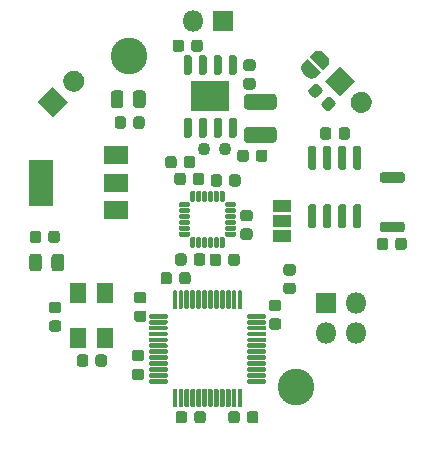
<source format=gbr>
%TF.GenerationSoftware,KiCad,Pcbnew,(5.1.6)-1*%
%TF.CreationDate,2020-09-12T21:12:53+02:00*%
%TF.ProjectId,shock absorber control + IMU v3,73686f63-6b20-4616-9273-6f7262657220,rev?*%
%TF.SameCoordinates,Original*%
%TF.FileFunction,Soldermask,Top*%
%TF.FilePolarity,Negative*%
%FSLAX46Y46*%
G04 Gerber Fmt 4.6, Leading zero omitted, Abs format (unit mm)*
G04 Created by KiCad (PCBNEW (5.1.6)-1) date 2020-09-12 21:12:53*
%MOMM*%
%LPD*%
G01*
G04 APERTURE LIST*
%ADD10O,1.800000X1.800000*%
%ADD11R,1.800000X1.800000*%
%ADD12C,1.100000*%
%ADD13C,0.100000*%
%ADD14C,3.100000*%
%ADD15R,1.400000X1.700000*%
%ADD16R,3.200000X2.510000*%
%ADD17R,1.600000X1.100000*%
%ADD18R,2.100000X3.900000*%
%ADD19R,2.100000X1.600000*%
G04 APERTURE END LIST*
D10*
%TO.C,J3*%
X157540000Y-104640000D03*
X155000000Y-104640000D03*
X157540000Y-102100000D03*
D11*
X155000000Y-102100000D03*
%TD*%
%TO.C,R7*%
G36*
G01*
X143275000Y-111468750D02*
X143275000Y-112031250D01*
G75*
G02*
X143031250Y-112275000I-243750J0D01*
G01*
X142543750Y-112275000D01*
G75*
G02*
X142300000Y-112031250I0J243750D01*
G01*
X142300000Y-111468750D01*
G75*
G02*
X142543750Y-111225000I243750J0D01*
G01*
X143031250Y-111225000D01*
G75*
G02*
X143275000Y-111468750I0J-243750D01*
G01*
G37*
G36*
G01*
X144850000Y-111468750D02*
X144850000Y-112031250D01*
G75*
G02*
X144606250Y-112275000I-243750J0D01*
G01*
X144118750Y-112275000D01*
G75*
G02*
X143875000Y-112031250I0J243750D01*
G01*
X143875000Y-111468750D01*
G75*
G02*
X144118750Y-111225000I243750J0D01*
G01*
X144606250Y-111225000D01*
G75*
G02*
X144850000Y-111468750I0J-243750D01*
G01*
G37*
%TD*%
D12*
%TO.C,IN1*%
X146500000Y-89025000D03*
%TD*%
%TO.C,IN2*%
X144725000Y-89000000D03*
%TD*%
%TO.C,R3*%
G36*
G01*
X150075000Y-89328750D02*
X150075000Y-89891250D01*
G75*
G02*
X149831250Y-90135000I-243750J0D01*
G01*
X149343750Y-90135000D01*
G75*
G02*
X149100000Y-89891250I0J243750D01*
G01*
X149100000Y-89328750D01*
G75*
G02*
X149343750Y-89085000I243750J0D01*
G01*
X149831250Y-89085000D01*
G75*
G02*
X150075000Y-89328750I0J-243750D01*
G01*
G37*
G36*
G01*
X148500000Y-89328750D02*
X148500000Y-89891250D01*
G75*
G02*
X148256250Y-90135000I-243750J0D01*
G01*
X147768750Y-90135000D01*
G75*
G02*
X147525000Y-89891250I0J243750D01*
G01*
X147525000Y-89328750D01*
G75*
G02*
X147768750Y-89085000I243750J0D01*
G01*
X148256250Y-89085000D01*
G75*
G02*
X148500000Y-89328750I0J-243750D01*
G01*
G37*
%TD*%
%TO.C,C11*%
G36*
G01*
X150575000Y-85715000D02*
X148365000Y-85715000D01*
G75*
G02*
X148095000Y-85445000I0J270000D01*
G01*
X148095000Y-84635000D01*
G75*
G02*
X148365000Y-84365000I270000J0D01*
G01*
X150575000Y-84365000D01*
G75*
G02*
X150845000Y-84635000I0J-270000D01*
G01*
X150845000Y-85445000D01*
G75*
G02*
X150575000Y-85715000I-270000J0D01*
G01*
G37*
G36*
G01*
X150575000Y-88515000D02*
X148365000Y-88515000D01*
G75*
G02*
X148095000Y-88245000I0J270000D01*
G01*
X148095000Y-87435000D01*
G75*
G02*
X148365000Y-87165000I270000J0D01*
G01*
X150575000Y-87165000D01*
G75*
G02*
X150845000Y-87435000I0J-270000D01*
G01*
X150845000Y-88245000D01*
G75*
G02*
X150575000Y-88515000I-270000J0D01*
G01*
G37*
%TD*%
%TO.C,J4*%
G36*
G01*
X157384655Y-85732447D02*
X157384655Y-85732447D01*
G75*
G02*
X157384655Y-84459655I636396J636396D01*
G01*
X157384655Y-84459655D01*
G75*
G02*
X158657447Y-84459655I636396J-636396D01*
G01*
X158657447Y-84459655D01*
G75*
G02*
X158657447Y-85732447I-636396J-636396D01*
G01*
X158657447Y-85732447D01*
G75*
G02*
X157384655Y-85732447I-636396J636396D01*
G01*
G37*
D13*
G36*
X156225000Y-84572792D02*
G01*
X154952208Y-83300000D01*
X156225000Y-82027208D01*
X157497792Y-83300000D01*
X156225000Y-84572792D01*
G37*
%TD*%
%TO.C,J1*%
G36*
G01*
X134311396Y-83936396D02*
X134311396Y-83936396D01*
G75*
G02*
X133038604Y-83936396I-636396J636396D01*
G01*
X133038604Y-83936396D01*
G75*
G02*
X133038604Y-82663604I636396J636396D01*
G01*
X133038604Y-82663604D01*
G75*
G02*
X134311396Y-82663604I636396J-636396D01*
G01*
X134311396Y-82663604D01*
G75*
G02*
X134311396Y-83936396I-636396J-636396D01*
G01*
G37*
G36*
X133151741Y-85096051D02*
G01*
X131878949Y-86368843D01*
X130606157Y-85096051D01*
X131878949Y-83823259D01*
X133151741Y-85096051D01*
G37*
%TD*%
D10*
%TO.C,J2*%
X143785000Y-78175000D03*
D11*
X146325000Y-78175000D03*
%TD*%
D14*
%TO.C,H2*%
X152475000Y-109175000D03*
%TD*%
%TO.C,H1*%
X138370000Y-81180000D03*
%TD*%
%TO.C,C17*%
G36*
G01*
X131818750Y-103550000D02*
X132381250Y-103550000D01*
G75*
G02*
X132625000Y-103793750I0J-243750D01*
G01*
X132625000Y-104281250D01*
G75*
G02*
X132381250Y-104525000I-243750J0D01*
G01*
X131818750Y-104525000D01*
G75*
G02*
X131575000Y-104281250I0J243750D01*
G01*
X131575000Y-103793750D01*
G75*
G02*
X131818750Y-103550000I243750J0D01*
G01*
G37*
G36*
G01*
X131818750Y-101975000D02*
X132381250Y-101975000D01*
G75*
G02*
X132625000Y-102218750I0J-243750D01*
G01*
X132625000Y-102706250D01*
G75*
G02*
X132381250Y-102950000I-243750J0D01*
G01*
X131818750Y-102950000D01*
G75*
G02*
X131575000Y-102706250I0J243750D01*
G01*
X131575000Y-102218750D01*
G75*
G02*
X131818750Y-101975000I243750J0D01*
G01*
G37*
%TD*%
D15*
%TO.C,Y1*%
X136350000Y-101200000D03*
X136350000Y-105000000D03*
X134050000Y-105000000D03*
X134050000Y-101200000D03*
%TD*%
%TO.C,SW1*%
G36*
G01*
X159825000Y-91000000D02*
X161475000Y-91000000D01*
G75*
G02*
X161700000Y-91225000I0J-225000D01*
G01*
X161700000Y-91675000D01*
G75*
G02*
X161475000Y-91900000I-225000J0D01*
G01*
X159825000Y-91900000D01*
G75*
G02*
X159600000Y-91675000I0J225000D01*
G01*
X159600000Y-91225000D01*
G75*
G02*
X159825000Y-91000000I225000J0D01*
G01*
G37*
G36*
G01*
X159825000Y-95200000D02*
X161475000Y-95200000D01*
G75*
G02*
X161700000Y-95425000I0J-225000D01*
G01*
X161700000Y-95875000D01*
G75*
G02*
X161475000Y-96100000I-225000J0D01*
G01*
X159825000Y-96100000D01*
G75*
G02*
X159600000Y-95875000I0J225000D01*
G01*
X159600000Y-95425000D01*
G75*
G02*
X159825000Y-95200000I225000J0D01*
G01*
G37*
%TD*%
%TO.C,R6*%
G36*
G01*
X154679894Y-84257147D02*
X154282146Y-84654894D01*
G75*
G02*
X153937432Y-84654894I-172357J172357D01*
G01*
X153592718Y-84310180D01*
G75*
G02*
X153592718Y-83965466I172357J172357D01*
G01*
X153990466Y-83567718D01*
G75*
G02*
X154335180Y-83567718I172357J-172357D01*
G01*
X154679894Y-83912432D01*
G75*
G02*
X154679894Y-84257146I-172357J-172357D01*
G01*
G37*
G36*
G01*
X155793588Y-85370841D02*
X155395840Y-85768588D01*
G75*
G02*
X155051126Y-85768588I-172357J172357D01*
G01*
X154706412Y-85423874D01*
G75*
G02*
X154706412Y-85079160I172357J172357D01*
G01*
X155104160Y-84681412D01*
G75*
G02*
X155448874Y-84681412I172357J-172357D01*
G01*
X155793588Y-85026126D01*
G75*
G02*
X155793588Y-85370840I-172357J-172357D01*
G01*
G37*
%TD*%
D13*
%TO.C,JP2*%
G36*
X154221320Y-82919200D02*
G01*
X154208293Y-82932227D01*
X154204657Y-82935522D01*
X154166727Y-82966650D01*
X154162786Y-82969572D01*
X154121988Y-82996833D01*
X154117779Y-82999357D01*
X154074504Y-83022487D01*
X154070069Y-83024584D01*
X154024737Y-83043362D01*
X154020116Y-83045016D01*
X153973161Y-83059259D01*
X153968403Y-83060450D01*
X153920278Y-83070024D01*
X153915423Y-83070743D01*
X153866592Y-83075552D01*
X153861692Y-83075793D01*
X153812623Y-83075793D01*
X153807723Y-83075552D01*
X153758892Y-83070743D01*
X153754037Y-83070024D01*
X153705912Y-83060450D01*
X153701154Y-83059259D01*
X153654199Y-83045016D01*
X153649579Y-83043362D01*
X153604246Y-83024584D01*
X153599811Y-83022487D01*
X153556537Y-82999357D01*
X153552327Y-82996833D01*
X153511529Y-82969572D01*
X153507589Y-82966650D01*
X153469659Y-82935522D01*
X153466023Y-82932227D01*
X153452996Y-82919200D01*
X153448249Y-82915304D01*
X153094696Y-82561751D01*
X153090800Y-82557004D01*
X153077773Y-82543977D01*
X153074478Y-82540341D01*
X153043350Y-82502411D01*
X153040428Y-82498471D01*
X153013167Y-82457673D01*
X153010643Y-82453463D01*
X152987513Y-82410189D01*
X152985416Y-82405754D01*
X152966638Y-82360421D01*
X152964984Y-82355801D01*
X152950741Y-82308846D01*
X152949550Y-82304088D01*
X152939976Y-82255963D01*
X152939257Y-82251108D01*
X152934448Y-82202277D01*
X152934207Y-82197377D01*
X152934207Y-82148308D01*
X152934448Y-82143408D01*
X152939257Y-82094577D01*
X152939976Y-82089722D01*
X152949550Y-82041597D01*
X152950741Y-82036839D01*
X152964984Y-81989884D01*
X152966638Y-81985263D01*
X152985416Y-81939931D01*
X152987513Y-81935496D01*
X153010643Y-81892221D01*
X153013167Y-81888012D01*
X153040428Y-81847214D01*
X153043350Y-81843273D01*
X153074478Y-81805343D01*
X153077773Y-81801707D01*
X153090800Y-81788680D01*
X153094696Y-81783934D01*
X153448249Y-81430380D01*
X153455826Y-81424162D01*
X153464470Y-81419542D01*
X153473850Y-81416696D01*
X153483604Y-81415736D01*
X153493358Y-81416696D01*
X153502739Y-81419542D01*
X153511382Y-81424162D01*
X153518960Y-81430380D01*
X154579620Y-82491040D01*
X154585838Y-82498618D01*
X154590458Y-82507261D01*
X154593304Y-82516642D01*
X154594264Y-82526396D01*
X154593304Y-82536150D01*
X154590458Y-82545530D01*
X154585838Y-82554174D01*
X154579620Y-82561751D01*
X154226066Y-82915304D01*
X154221320Y-82919200D01*
G37*
G36*
X154784174Y-82355838D02*
G01*
X154775530Y-82360458D01*
X154766150Y-82363304D01*
X154756396Y-82364264D01*
X154746642Y-82363304D01*
X154737261Y-82360458D01*
X154728618Y-82355838D01*
X154721040Y-82349620D01*
X153660380Y-81288960D01*
X153654162Y-81281382D01*
X153649542Y-81272739D01*
X153646696Y-81263358D01*
X153645736Y-81253604D01*
X153646696Y-81243850D01*
X153649542Y-81234470D01*
X153654162Y-81225826D01*
X153660380Y-81218249D01*
X154013934Y-80864696D01*
X154018680Y-80860800D01*
X154031707Y-80847773D01*
X154035343Y-80844478D01*
X154073273Y-80813350D01*
X154077214Y-80810428D01*
X154118012Y-80783167D01*
X154122221Y-80780643D01*
X154165496Y-80757513D01*
X154169931Y-80755416D01*
X154215263Y-80736638D01*
X154219884Y-80734984D01*
X154266839Y-80720741D01*
X154271597Y-80719550D01*
X154319722Y-80709976D01*
X154324577Y-80709257D01*
X154373408Y-80704448D01*
X154378308Y-80704207D01*
X154427377Y-80704207D01*
X154432277Y-80704448D01*
X154481108Y-80709257D01*
X154485963Y-80709976D01*
X154534088Y-80719550D01*
X154538846Y-80720741D01*
X154585801Y-80734984D01*
X154590421Y-80736638D01*
X154635754Y-80755416D01*
X154640189Y-80757513D01*
X154683463Y-80780643D01*
X154687673Y-80783167D01*
X154728471Y-80810428D01*
X154732411Y-80813350D01*
X154770341Y-80844478D01*
X154773977Y-80847773D01*
X154787004Y-80860800D01*
X154791751Y-80864696D01*
X155145304Y-81218249D01*
X155149200Y-81222996D01*
X155162227Y-81236023D01*
X155165522Y-81239659D01*
X155196650Y-81277589D01*
X155199572Y-81281529D01*
X155226833Y-81322327D01*
X155229357Y-81326537D01*
X155252487Y-81369811D01*
X155254584Y-81374246D01*
X155273362Y-81419579D01*
X155275016Y-81424199D01*
X155289259Y-81471154D01*
X155290450Y-81475912D01*
X155300024Y-81524037D01*
X155300743Y-81528892D01*
X155305552Y-81577723D01*
X155305793Y-81582623D01*
X155305793Y-81631692D01*
X155305552Y-81636592D01*
X155300743Y-81685423D01*
X155300024Y-81690278D01*
X155290450Y-81738403D01*
X155289259Y-81743161D01*
X155275016Y-81790116D01*
X155273362Y-81794737D01*
X155254584Y-81840069D01*
X155252487Y-81844504D01*
X155229357Y-81887779D01*
X155226833Y-81891988D01*
X155199572Y-81932786D01*
X155196650Y-81936727D01*
X155165522Y-81974657D01*
X155162227Y-81978293D01*
X155149200Y-81991320D01*
X155145304Y-81996066D01*
X154791751Y-82349620D01*
X154784174Y-82355838D01*
G37*
%TD*%
%TO.C,U5*%
G36*
G01*
X157505000Y-93691000D02*
X157855000Y-93691000D01*
G75*
G02*
X158030000Y-93866000I0J-175000D01*
G01*
X158030000Y-95566000D01*
G75*
G02*
X157855000Y-95741000I-175000J0D01*
G01*
X157505000Y-95741000D01*
G75*
G02*
X157330000Y-95566000I0J175000D01*
G01*
X157330000Y-93866000D01*
G75*
G02*
X157505000Y-93691000I175000J0D01*
G01*
G37*
G36*
G01*
X156235000Y-93691000D02*
X156585000Y-93691000D01*
G75*
G02*
X156760000Y-93866000I0J-175000D01*
G01*
X156760000Y-95566000D01*
G75*
G02*
X156585000Y-95741000I-175000J0D01*
G01*
X156235000Y-95741000D01*
G75*
G02*
X156060000Y-95566000I0J175000D01*
G01*
X156060000Y-93866000D01*
G75*
G02*
X156235000Y-93691000I175000J0D01*
G01*
G37*
G36*
G01*
X154965000Y-93691000D02*
X155315000Y-93691000D01*
G75*
G02*
X155490000Y-93866000I0J-175000D01*
G01*
X155490000Y-95566000D01*
G75*
G02*
X155315000Y-95741000I-175000J0D01*
G01*
X154965000Y-95741000D01*
G75*
G02*
X154790000Y-95566000I0J175000D01*
G01*
X154790000Y-93866000D01*
G75*
G02*
X154965000Y-93691000I175000J0D01*
G01*
G37*
G36*
G01*
X153695000Y-93691000D02*
X154045000Y-93691000D01*
G75*
G02*
X154220000Y-93866000I0J-175000D01*
G01*
X154220000Y-95566000D01*
G75*
G02*
X154045000Y-95741000I-175000J0D01*
G01*
X153695000Y-95741000D01*
G75*
G02*
X153520000Y-95566000I0J175000D01*
G01*
X153520000Y-93866000D01*
G75*
G02*
X153695000Y-93691000I175000J0D01*
G01*
G37*
G36*
G01*
X153695000Y-88741000D02*
X154045000Y-88741000D01*
G75*
G02*
X154220000Y-88916000I0J-175000D01*
G01*
X154220000Y-90616000D01*
G75*
G02*
X154045000Y-90791000I-175000J0D01*
G01*
X153695000Y-90791000D01*
G75*
G02*
X153520000Y-90616000I0J175000D01*
G01*
X153520000Y-88916000D01*
G75*
G02*
X153695000Y-88741000I175000J0D01*
G01*
G37*
G36*
G01*
X154965000Y-88741000D02*
X155315000Y-88741000D01*
G75*
G02*
X155490000Y-88916000I0J-175000D01*
G01*
X155490000Y-90616000D01*
G75*
G02*
X155315000Y-90791000I-175000J0D01*
G01*
X154965000Y-90791000D01*
G75*
G02*
X154790000Y-90616000I0J175000D01*
G01*
X154790000Y-88916000D01*
G75*
G02*
X154965000Y-88741000I175000J0D01*
G01*
G37*
G36*
G01*
X156235000Y-88741000D02*
X156585000Y-88741000D01*
G75*
G02*
X156760000Y-88916000I0J-175000D01*
G01*
X156760000Y-90616000D01*
G75*
G02*
X156585000Y-90791000I-175000J0D01*
G01*
X156235000Y-90791000D01*
G75*
G02*
X156060000Y-90616000I0J175000D01*
G01*
X156060000Y-88916000D01*
G75*
G02*
X156235000Y-88741000I175000J0D01*
G01*
G37*
G36*
G01*
X157505000Y-88741000D02*
X157855000Y-88741000D01*
G75*
G02*
X158030000Y-88916000I0J-175000D01*
G01*
X158030000Y-90616000D01*
G75*
G02*
X157855000Y-90791000I-175000J0D01*
G01*
X157505000Y-90791000D01*
G75*
G02*
X157330000Y-90616000I0J175000D01*
G01*
X157330000Y-88916000D01*
G75*
G02*
X157505000Y-88741000I175000J0D01*
G01*
G37*
%TD*%
D16*
%TO.C,U4*%
X145225000Y-84575000D03*
G36*
G01*
X143495000Y-82775000D02*
X143145000Y-82775000D01*
G75*
G02*
X142970000Y-82600000I0J175000D01*
G01*
X142970000Y-81250000D01*
G75*
G02*
X143145000Y-81075000I175000J0D01*
G01*
X143495000Y-81075000D01*
G75*
G02*
X143670000Y-81250000I0J-175000D01*
G01*
X143670000Y-82600000D01*
G75*
G02*
X143495000Y-82775000I-175000J0D01*
G01*
G37*
G36*
G01*
X144765000Y-82775000D02*
X144415000Y-82775000D01*
G75*
G02*
X144240000Y-82600000I0J175000D01*
G01*
X144240000Y-81250000D01*
G75*
G02*
X144415000Y-81075000I175000J0D01*
G01*
X144765000Y-81075000D01*
G75*
G02*
X144940000Y-81250000I0J-175000D01*
G01*
X144940000Y-82600000D01*
G75*
G02*
X144765000Y-82775000I-175000J0D01*
G01*
G37*
G36*
G01*
X146035000Y-82775000D02*
X145685000Y-82775000D01*
G75*
G02*
X145510000Y-82600000I0J175000D01*
G01*
X145510000Y-81250000D01*
G75*
G02*
X145685000Y-81075000I175000J0D01*
G01*
X146035000Y-81075000D01*
G75*
G02*
X146210000Y-81250000I0J-175000D01*
G01*
X146210000Y-82600000D01*
G75*
G02*
X146035000Y-82775000I-175000J0D01*
G01*
G37*
G36*
G01*
X147305000Y-82775000D02*
X146955000Y-82775000D01*
G75*
G02*
X146780000Y-82600000I0J175000D01*
G01*
X146780000Y-81250000D01*
G75*
G02*
X146955000Y-81075000I175000J0D01*
G01*
X147305000Y-81075000D01*
G75*
G02*
X147480000Y-81250000I0J-175000D01*
G01*
X147480000Y-82600000D01*
G75*
G02*
X147305000Y-82775000I-175000J0D01*
G01*
G37*
G36*
G01*
X147305000Y-88075000D02*
X146955000Y-88075000D01*
G75*
G02*
X146780000Y-87900000I0J175000D01*
G01*
X146780000Y-86550000D01*
G75*
G02*
X146955000Y-86375000I175000J0D01*
G01*
X147305000Y-86375000D01*
G75*
G02*
X147480000Y-86550000I0J-175000D01*
G01*
X147480000Y-87900000D01*
G75*
G02*
X147305000Y-88075000I-175000J0D01*
G01*
G37*
G36*
G01*
X146035000Y-88075000D02*
X145685000Y-88075000D01*
G75*
G02*
X145510000Y-87900000I0J175000D01*
G01*
X145510000Y-86550000D01*
G75*
G02*
X145685000Y-86375000I175000J0D01*
G01*
X146035000Y-86375000D01*
G75*
G02*
X146210000Y-86550000I0J-175000D01*
G01*
X146210000Y-87900000D01*
G75*
G02*
X146035000Y-88075000I-175000J0D01*
G01*
G37*
G36*
G01*
X144765000Y-88075000D02*
X144415000Y-88075000D01*
G75*
G02*
X144240000Y-87900000I0J175000D01*
G01*
X144240000Y-86550000D01*
G75*
G02*
X144415000Y-86375000I175000J0D01*
G01*
X144765000Y-86375000D01*
G75*
G02*
X144940000Y-86550000I0J-175000D01*
G01*
X144940000Y-87900000D01*
G75*
G02*
X144765000Y-88075000I-175000J0D01*
G01*
G37*
G36*
G01*
X143495000Y-88075000D02*
X143145000Y-88075000D01*
G75*
G02*
X142970000Y-87900000I0J175000D01*
G01*
X142970000Y-86550000D01*
G75*
G02*
X143145000Y-86375000I175000J0D01*
G01*
X143495000Y-86375000D01*
G75*
G02*
X143670000Y-86550000I0J-175000D01*
G01*
X143670000Y-87900000D01*
G75*
G02*
X143495000Y-88075000I-175000J0D01*
G01*
G37*
%TD*%
%TO.C,C13*%
G36*
G01*
X143837500Y-98681250D02*
X143837500Y-98118750D01*
G75*
G02*
X144081250Y-97875000I243750J0D01*
G01*
X144568750Y-97875000D01*
G75*
G02*
X144812500Y-98118750I0J-243750D01*
G01*
X144812500Y-98681250D01*
G75*
G02*
X144568750Y-98925000I-243750J0D01*
G01*
X144081250Y-98925000D01*
G75*
G02*
X143837500Y-98681250I0J243750D01*
G01*
G37*
G36*
G01*
X142262500Y-98681250D02*
X142262500Y-98118750D01*
G75*
G02*
X142506250Y-97875000I243750J0D01*
G01*
X142993750Y-97875000D01*
G75*
G02*
X143237500Y-98118750I0J-243750D01*
G01*
X143237500Y-98681250D01*
G75*
G02*
X142993750Y-98925000I-243750J0D01*
G01*
X142506250Y-98925000D01*
G75*
G02*
X142262500Y-98681250I0J243750D01*
G01*
G37*
%TD*%
%TO.C,C1*%
G36*
G01*
X150443750Y-103375000D02*
X151006250Y-103375000D01*
G75*
G02*
X151250000Y-103618750I0J-243750D01*
G01*
X151250000Y-104106250D01*
G75*
G02*
X151006250Y-104350000I-243750J0D01*
G01*
X150443750Y-104350000D01*
G75*
G02*
X150200000Y-104106250I0J243750D01*
G01*
X150200000Y-103618750D01*
G75*
G02*
X150443750Y-103375000I243750J0D01*
G01*
G37*
G36*
G01*
X150443750Y-101800000D02*
X151006250Y-101800000D01*
G75*
G02*
X151250000Y-102043750I0J-243750D01*
G01*
X151250000Y-102531250D01*
G75*
G02*
X151006250Y-102775000I-243750J0D01*
G01*
X150443750Y-102775000D01*
G75*
G02*
X150200000Y-102531250I0J243750D01*
G01*
X150200000Y-102043750D01*
G75*
G02*
X150443750Y-101800000I243750J0D01*
G01*
G37*
%TD*%
%TO.C,C2*%
G36*
G01*
X141025000Y-100256250D02*
X141025000Y-99693750D01*
G75*
G02*
X141268750Y-99450000I243750J0D01*
G01*
X141756250Y-99450000D01*
G75*
G02*
X142000000Y-99693750I0J-243750D01*
G01*
X142000000Y-100256250D01*
G75*
G02*
X141756250Y-100500000I-243750J0D01*
G01*
X141268750Y-100500000D01*
G75*
G02*
X141025000Y-100256250I0J243750D01*
G01*
G37*
G36*
G01*
X142600000Y-100256250D02*
X142600000Y-99693750D01*
G75*
G02*
X142843750Y-99450000I243750J0D01*
G01*
X143331250Y-99450000D01*
G75*
G02*
X143575000Y-99693750I0J-243750D01*
G01*
X143575000Y-100256250D01*
G75*
G02*
X143331250Y-100500000I-243750J0D01*
G01*
X142843750Y-100500000D01*
G75*
G02*
X142600000Y-100256250I0J243750D01*
G01*
G37*
%TD*%
%TO.C,C3*%
G36*
G01*
X139581250Y-102112500D02*
X139018750Y-102112500D01*
G75*
G02*
X138775000Y-101868750I0J243750D01*
G01*
X138775000Y-101381250D01*
G75*
G02*
X139018750Y-101137500I243750J0D01*
G01*
X139581250Y-101137500D01*
G75*
G02*
X139825000Y-101381250I0J-243750D01*
G01*
X139825000Y-101868750D01*
G75*
G02*
X139581250Y-102112500I-243750J0D01*
G01*
G37*
G36*
G01*
X139581250Y-103687500D02*
X139018750Y-103687500D01*
G75*
G02*
X138775000Y-103443750I0J243750D01*
G01*
X138775000Y-102956250D01*
G75*
G02*
X139018750Y-102712500I243750J0D01*
G01*
X139581250Y-102712500D01*
G75*
G02*
X139825000Y-102956250I0J-243750D01*
G01*
X139825000Y-103443750D01*
G75*
G02*
X139581250Y-103687500I-243750J0D01*
G01*
G37*
%TD*%
%TO.C,C4*%
G36*
G01*
X139406250Y-108600000D02*
X138843750Y-108600000D01*
G75*
G02*
X138600000Y-108356250I0J243750D01*
G01*
X138600000Y-107868750D01*
G75*
G02*
X138843750Y-107625000I243750J0D01*
G01*
X139406250Y-107625000D01*
G75*
G02*
X139650000Y-107868750I0J-243750D01*
G01*
X139650000Y-108356250D01*
G75*
G02*
X139406250Y-108600000I-243750J0D01*
G01*
G37*
G36*
G01*
X139406250Y-107025000D02*
X138843750Y-107025000D01*
G75*
G02*
X138600000Y-106781250I0J243750D01*
G01*
X138600000Y-106293750D01*
G75*
G02*
X138843750Y-106050000I243750J0D01*
G01*
X139406250Y-106050000D01*
G75*
G02*
X139650000Y-106293750I0J-243750D01*
G01*
X139650000Y-106781250D01*
G75*
G02*
X139406250Y-107025000I-243750J0D01*
G01*
G37*
%TD*%
%TO.C,C5*%
G36*
G01*
X147737500Y-111468750D02*
X147737500Y-112031250D01*
G75*
G02*
X147493750Y-112275000I-243750J0D01*
G01*
X147006250Y-112275000D01*
G75*
G02*
X146762500Y-112031250I0J243750D01*
G01*
X146762500Y-111468750D01*
G75*
G02*
X147006250Y-111225000I243750J0D01*
G01*
X147493750Y-111225000D01*
G75*
G02*
X147737500Y-111468750I0J-243750D01*
G01*
G37*
G36*
G01*
X149312500Y-111468750D02*
X149312500Y-112031250D01*
G75*
G02*
X149068750Y-112275000I-243750J0D01*
G01*
X148581250Y-112275000D01*
G75*
G02*
X148337500Y-112031250I0J243750D01*
G01*
X148337500Y-111468750D01*
G75*
G02*
X148581250Y-111225000I243750J0D01*
G01*
X149068750Y-111225000D01*
G75*
G02*
X149312500Y-111468750I0J-243750D01*
G01*
G37*
%TD*%
%TO.C,C6*%
G36*
G01*
X139687500Y-86518750D02*
X139687500Y-87081250D01*
G75*
G02*
X139443750Y-87325000I-243750J0D01*
G01*
X138956250Y-87325000D01*
G75*
G02*
X138712500Y-87081250I0J243750D01*
G01*
X138712500Y-86518750D01*
G75*
G02*
X138956250Y-86275000I243750J0D01*
G01*
X139443750Y-86275000D01*
G75*
G02*
X139687500Y-86518750I0J-243750D01*
G01*
G37*
G36*
G01*
X138112500Y-86518750D02*
X138112500Y-87081250D01*
G75*
G02*
X137868750Y-87325000I-243750J0D01*
G01*
X137381250Y-87325000D01*
G75*
G02*
X137137500Y-87081250I0J243750D01*
G01*
X137137500Y-86518750D01*
G75*
G02*
X137381250Y-86275000I243750J0D01*
G01*
X137868750Y-86275000D01*
G75*
G02*
X138112500Y-86518750I0J-243750D01*
G01*
G37*
%TD*%
%TO.C,C7*%
G36*
G01*
X139762500Y-84343750D02*
X139762500Y-85306250D01*
G75*
G02*
X139493750Y-85575000I-268750J0D01*
G01*
X138956250Y-85575000D01*
G75*
G02*
X138687500Y-85306250I0J268750D01*
G01*
X138687500Y-84343750D01*
G75*
G02*
X138956250Y-84075000I268750J0D01*
G01*
X139493750Y-84075000D01*
G75*
G02*
X139762500Y-84343750I0J-268750D01*
G01*
G37*
G36*
G01*
X137887500Y-84343750D02*
X137887500Y-85306250D01*
G75*
G02*
X137618750Y-85575000I-268750J0D01*
G01*
X137081250Y-85575000D01*
G75*
G02*
X136812500Y-85306250I0J268750D01*
G01*
X136812500Y-84343750D01*
G75*
G02*
X137081250Y-84075000I268750J0D01*
G01*
X137618750Y-84075000D01*
G75*
G02*
X137887500Y-84343750I0J-268750D01*
G01*
G37*
%TD*%
%TO.C,C8*%
G36*
G01*
X131787500Y-99131250D02*
X131787500Y-98168750D01*
G75*
G02*
X132056250Y-97900000I268750J0D01*
G01*
X132593750Y-97900000D01*
G75*
G02*
X132862500Y-98168750I0J-268750D01*
G01*
X132862500Y-99131250D01*
G75*
G02*
X132593750Y-99400000I-268750J0D01*
G01*
X132056250Y-99400000D01*
G75*
G02*
X131787500Y-99131250I0J268750D01*
G01*
G37*
G36*
G01*
X129912500Y-99131250D02*
X129912500Y-98168750D01*
G75*
G02*
X130181250Y-97900000I268750J0D01*
G01*
X130718750Y-97900000D01*
G75*
G02*
X130987500Y-98168750I0J-268750D01*
G01*
X130987500Y-99131250D01*
G75*
G02*
X130718750Y-99400000I-268750J0D01*
G01*
X130181250Y-99400000D01*
G75*
G02*
X129912500Y-99131250I0J268750D01*
G01*
G37*
%TD*%
%TO.C,C9*%
G36*
G01*
X131525000Y-96756250D02*
X131525000Y-96193750D01*
G75*
G02*
X131768750Y-95950000I243750J0D01*
G01*
X132256250Y-95950000D01*
G75*
G02*
X132500000Y-96193750I0J-243750D01*
G01*
X132500000Y-96756250D01*
G75*
G02*
X132256250Y-97000000I-243750J0D01*
G01*
X131768750Y-97000000D01*
G75*
G02*
X131525000Y-96756250I0J243750D01*
G01*
G37*
G36*
G01*
X129950000Y-96756250D02*
X129950000Y-96193750D01*
G75*
G02*
X130193750Y-95950000I243750J0D01*
G01*
X130681250Y-95950000D01*
G75*
G02*
X130925000Y-96193750I0J-243750D01*
G01*
X130925000Y-96756250D01*
G75*
G02*
X130681250Y-97000000I-243750J0D01*
G01*
X130193750Y-97000000D01*
G75*
G02*
X129950000Y-96756250I0J243750D01*
G01*
G37*
%TD*%
%TO.C,C10*%
G36*
G01*
X161862500Y-96793750D02*
X161862500Y-97356250D01*
G75*
G02*
X161618750Y-97600000I-243750J0D01*
G01*
X161131250Y-97600000D01*
G75*
G02*
X160887500Y-97356250I0J243750D01*
G01*
X160887500Y-96793750D01*
G75*
G02*
X161131250Y-96550000I243750J0D01*
G01*
X161618750Y-96550000D01*
G75*
G02*
X161862500Y-96793750I0J-243750D01*
G01*
G37*
G36*
G01*
X160287500Y-96793750D02*
X160287500Y-97356250D01*
G75*
G02*
X160043750Y-97600000I-243750J0D01*
G01*
X159556250Y-97600000D01*
G75*
G02*
X159312500Y-97356250I0J243750D01*
G01*
X159312500Y-96793750D01*
G75*
G02*
X159556250Y-96550000I243750J0D01*
G01*
X160043750Y-96550000D01*
G75*
G02*
X160287500Y-96793750I0J-243750D01*
G01*
G37*
%TD*%
%TO.C,C12*%
G36*
G01*
X148268750Y-81450000D02*
X148831250Y-81450000D01*
G75*
G02*
X149075000Y-81693750I0J-243750D01*
G01*
X149075000Y-82181250D01*
G75*
G02*
X148831250Y-82425000I-243750J0D01*
G01*
X148268750Y-82425000D01*
G75*
G02*
X148025000Y-82181250I0J243750D01*
G01*
X148025000Y-81693750D01*
G75*
G02*
X148268750Y-81450000I243750J0D01*
G01*
G37*
G36*
G01*
X148268750Y-83025000D02*
X148831250Y-83025000D01*
G75*
G02*
X149075000Y-83268750I0J-243750D01*
G01*
X149075000Y-83756250D01*
G75*
G02*
X148831250Y-84000000I-243750J0D01*
G01*
X148268750Y-84000000D01*
G75*
G02*
X148025000Y-83756250I0J243750D01*
G01*
X148025000Y-83268750D01*
G75*
G02*
X148268750Y-83025000I243750J0D01*
G01*
G37*
%TD*%
%TO.C,C14*%
G36*
G01*
X148581250Y-95162500D02*
X148018750Y-95162500D01*
G75*
G02*
X147775000Y-94918750I0J243750D01*
G01*
X147775000Y-94431250D01*
G75*
G02*
X148018750Y-94187500I243750J0D01*
G01*
X148581250Y-94187500D01*
G75*
G02*
X148825000Y-94431250I0J-243750D01*
G01*
X148825000Y-94918750D01*
G75*
G02*
X148581250Y-95162500I-243750J0D01*
G01*
G37*
G36*
G01*
X148581250Y-96737500D02*
X148018750Y-96737500D01*
G75*
G02*
X147775000Y-96493750I0J243750D01*
G01*
X147775000Y-96006250D01*
G75*
G02*
X148018750Y-95762500I243750J0D01*
G01*
X148581250Y-95762500D01*
G75*
G02*
X148825000Y-96006250I0J-243750D01*
G01*
X148825000Y-96493750D01*
G75*
G02*
X148581250Y-96737500I-243750J0D01*
G01*
G37*
%TD*%
%TO.C,C15*%
G36*
G01*
X145175000Y-98706250D02*
X145175000Y-98143750D01*
G75*
G02*
X145418750Y-97900000I243750J0D01*
G01*
X145906250Y-97900000D01*
G75*
G02*
X146150000Y-98143750I0J-243750D01*
G01*
X146150000Y-98706250D01*
G75*
G02*
X145906250Y-98950000I-243750J0D01*
G01*
X145418750Y-98950000D01*
G75*
G02*
X145175000Y-98706250I0J243750D01*
G01*
G37*
G36*
G01*
X146750000Y-98706250D02*
X146750000Y-98143750D01*
G75*
G02*
X146993750Y-97900000I243750J0D01*
G01*
X147481250Y-97900000D01*
G75*
G02*
X147725000Y-98143750I0J-243750D01*
G01*
X147725000Y-98706250D01*
G75*
G02*
X147481250Y-98950000I-243750J0D01*
G01*
X146993750Y-98950000D01*
G75*
G02*
X146750000Y-98706250I0J243750D01*
G01*
G37*
%TD*%
%TO.C,C16*%
G36*
G01*
X146837500Y-91981250D02*
X146837500Y-91418750D01*
G75*
G02*
X147081250Y-91175000I243750J0D01*
G01*
X147568750Y-91175000D01*
G75*
G02*
X147812500Y-91418750I0J-243750D01*
G01*
X147812500Y-91981250D01*
G75*
G02*
X147568750Y-92225000I-243750J0D01*
G01*
X147081250Y-92225000D01*
G75*
G02*
X146837500Y-91981250I0J243750D01*
G01*
G37*
G36*
G01*
X145262500Y-91981250D02*
X145262500Y-91418750D01*
G75*
G02*
X145506250Y-91175000I243750J0D01*
G01*
X145993750Y-91175000D01*
G75*
G02*
X146237500Y-91418750I0J-243750D01*
G01*
X146237500Y-91981250D01*
G75*
G02*
X145993750Y-92225000I-243750J0D01*
G01*
X145506250Y-92225000D01*
G75*
G02*
X145262500Y-91981250I0J243750D01*
G01*
G37*
%TD*%
%TO.C,C18*%
G36*
G01*
X154525000Y-88006250D02*
X154525000Y-87443750D01*
G75*
G02*
X154768750Y-87200000I243750J0D01*
G01*
X155256250Y-87200000D01*
G75*
G02*
X155500000Y-87443750I0J-243750D01*
G01*
X155500000Y-88006250D01*
G75*
G02*
X155256250Y-88250000I-243750J0D01*
G01*
X154768750Y-88250000D01*
G75*
G02*
X154525000Y-88006250I0J243750D01*
G01*
G37*
G36*
G01*
X156100000Y-88006250D02*
X156100000Y-87443750D01*
G75*
G02*
X156343750Y-87200000I243750J0D01*
G01*
X156831250Y-87200000D01*
G75*
G02*
X157075000Y-87443750I0J-243750D01*
G01*
X157075000Y-88006250D01*
G75*
G02*
X156831250Y-88250000I-243750J0D01*
G01*
X156343750Y-88250000D01*
G75*
G02*
X156100000Y-88006250I0J243750D01*
G01*
G37*
%TD*%
%TO.C,C19*%
G36*
G01*
X136487500Y-106668750D02*
X136487500Y-107231250D01*
G75*
G02*
X136243750Y-107475000I-243750J0D01*
G01*
X135756250Y-107475000D01*
G75*
G02*
X135512500Y-107231250I0J243750D01*
G01*
X135512500Y-106668750D01*
G75*
G02*
X135756250Y-106425000I243750J0D01*
G01*
X136243750Y-106425000D01*
G75*
G02*
X136487500Y-106668750I0J-243750D01*
G01*
G37*
G36*
G01*
X134912500Y-106668750D02*
X134912500Y-107231250D01*
G75*
G02*
X134668750Y-107475000I-243750J0D01*
G01*
X134181250Y-107475000D01*
G75*
G02*
X133937500Y-107231250I0J243750D01*
G01*
X133937500Y-106668750D01*
G75*
G02*
X134181250Y-106425000I243750J0D01*
G01*
X134668750Y-106425000D01*
G75*
G02*
X134912500Y-106668750I0J-243750D01*
G01*
G37*
%TD*%
D17*
%TO.C,JP1*%
X151325000Y-93825000D03*
X151325000Y-95125000D03*
X151325000Y-96425000D03*
%TD*%
%TO.C,R1*%
G36*
G01*
X142987500Y-90431250D02*
X142987500Y-89868750D01*
G75*
G02*
X143231250Y-89625000I243750J0D01*
G01*
X143718750Y-89625000D01*
G75*
G02*
X143962500Y-89868750I0J-243750D01*
G01*
X143962500Y-90431250D01*
G75*
G02*
X143718750Y-90675000I-243750J0D01*
G01*
X143231250Y-90675000D01*
G75*
G02*
X142987500Y-90431250I0J243750D01*
G01*
G37*
G36*
G01*
X141412500Y-90431250D02*
X141412500Y-89868750D01*
G75*
G02*
X141656250Y-89625000I243750J0D01*
G01*
X142143750Y-89625000D01*
G75*
G02*
X142387500Y-89868750I0J-243750D01*
G01*
X142387500Y-90431250D01*
G75*
G02*
X142143750Y-90675000I-243750J0D01*
G01*
X141656250Y-90675000D01*
G75*
G02*
X141412500Y-90431250I0J243750D01*
G01*
G37*
%TD*%
%TO.C,R2*%
G36*
G01*
X142187500Y-91856250D02*
X142187500Y-91293750D01*
G75*
G02*
X142431250Y-91050000I243750J0D01*
G01*
X142918750Y-91050000D01*
G75*
G02*
X143162500Y-91293750I0J-243750D01*
G01*
X143162500Y-91856250D01*
G75*
G02*
X142918750Y-92100000I-243750J0D01*
G01*
X142431250Y-92100000D01*
G75*
G02*
X142187500Y-91856250I0J243750D01*
G01*
G37*
G36*
G01*
X143762500Y-91856250D02*
X143762500Y-91293750D01*
G75*
G02*
X144006250Y-91050000I243750J0D01*
G01*
X144493750Y-91050000D01*
G75*
G02*
X144737500Y-91293750I0J-243750D01*
G01*
X144737500Y-91856250D01*
G75*
G02*
X144493750Y-92100000I-243750J0D01*
G01*
X144006250Y-92100000D01*
G75*
G02*
X143762500Y-91856250I0J243750D01*
G01*
G37*
%TD*%
%TO.C,R4*%
G36*
G01*
X143025000Y-80018750D02*
X143025000Y-80581250D01*
G75*
G02*
X142781250Y-80825000I-243750J0D01*
G01*
X142293750Y-80825000D01*
G75*
G02*
X142050000Y-80581250I0J243750D01*
G01*
X142050000Y-80018750D01*
G75*
G02*
X142293750Y-79775000I243750J0D01*
G01*
X142781250Y-79775000D01*
G75*
G02*
X143025000Y-80018750I0J-243750D01*
G01*
G37*
G36*
G01*
X144600000Y-80018750D02*
X144600000Y-80581250D01*
G75*
G02*
X144356250Y-80825000I-243750J0D01*
G01*
X143868750Y-80825000D01*
G75*
G02*
X143625000Y-80581250I0J243750D01*
G01*
X143625000Y-80018750D01*
G75*
G02*
X143868750Y-79775000I243750J0D01*
G01*
X144356250Y-79775000D01*
G75*
G02*
X144600000Y-80018750I0J-243750D01*
G01*
G37*
%TD*%
%TO.C,R5*%
G36*
G01*
X152231250Y-101325000D02*
X151668750Y-101325000D01*
G75*
G02*
X151425000Y-101081250I0J243750D01*
G01*
X151425000Y-100593750D01*
G75*
G02*
X151668750Y-100350000I243750J0D01*
G01*
X152231250Y-100350000D01*
G75*
G02*
X152475000Y-100593750I0J-243750D01*
G01*
X152475000Y-101081250D01*
G75*
G02*
X152231250Y-101325000I-243750J0D01*
G01*
G37*
G36*
G01*
X152231250Y-99750000D02*
X151668750Y-99750000D01*
G75*
G02*
X151425000Y-99506250I0J243750D01*
G01*
X151425000Y-99018750D01*
G75*
G02*
X151668750Y-98775000I243750J0D01*
G01*
X152231250Y-98775000D01*
G75*
G02*
X152475000Y-99018750I0J-243750D01*
G01*
X152475000Y-99506250D01*
G75*
G02*
X152231250Y-99750000I-243750J0D01*
G01*
G37*
%TD*%
D18*
%TO.C,U1*%
X130925000Y-91875000D03*
D19*
X137225000Y-91875000D03*
X137225000Y-89575000D03*
X137225000Y-94175000D03*
%TD*%
%TO.C,U2*%
G36*
G01*
X140050000Y-103300000D02*
X140050000Y-103100000D01*
G75*
G02*
X140150000Y-103000000I100000J0D01*
G01*
X141525000Y-103000000D01*
G75*
G02*
X141625000Y-103100000I0J-100000D01*
G01*
X141625000Y-103300000D01*
G75*
G02*
X141525000Y-103400000I-100000J0D01*
G01*
X140150000Y-103400000D01*
G75*
G02*
X140050000Y-103300000I0J100000D01*
G01*
G37*
G36*
G01*
X140050000Y-103800000D02*
X140050000Y-103600000D01*
G75*
G02*
X140150000Y-103500000I100000J0D01*
G01*
X141525000Y-103500000D01*
G75*
G02*
X141625000Y-103600000I0J-100000D01*
G01*
X141625000Y-103800000D01*
G75*
G02*
X141525000Y-103900000I-100000J0D01*
G01*
X140150000Y-103900000D01*
G75*
G02*
X140050000Y-103800000I0J100000D01*
G01*
G37*
G36*
G01*
X140050000Y-104300000D02*
X140050000Y-104100000D01*
G75*
G02*
X140150000Y-104000000I100000J0D01*
G01*
X141525000Y-104000000D01*
G75*
G02*
X141625000Y-104100000I0J-100000D01*
G01*
X141625000Y-104300000D01*
G75*
G02*
X141525000Y-104400000I-100000J0D01*
G01*
X140150000Y-104400000D01*
G75*
G02*
X140050000Y-104300000I0J100000D01*
G01*
G37*
G36*
G01*
X140050000Y-104800000D02*
X140050000Y-104600000D01*
G75*
G02*
X140150000Y-104500000I100000J0D01*
G01*
X141525000Y-104500000D01*
G75*
G02*
X141625000Y-104600000I0J-100000D01*
G01*
X141625000Y-104800000D01*
G75*
G02*
X141525000Y-104900000I-100000J0D01*
G01*
X140150000Y-104900000D01*
G75*
G02*
X140050000Y-104800000I0J100000D01*
G01*
G37*
G36*
G01*
X140050000Y-105300000D02*
X140050000Y-105100000D01*
G75*
G02*
X140150000Y-105000000I100000J0D01*
G01*
X141525000Y-105000000D01*
G75*
G02*
X141625000Y-105100000I0J-100000D01*
G01*
X141625000Y-105300000D01*
G75*
G02*
X141525000Y-105400000I-100000J0D01*
G01*
X140150000Y-105400000D01*
G75*
G02*
X140050000Y-105300000I0J100000D01*
G01*
G37*
G36*
G01*
X140050000Y-105800000D02*
X140050000Y-105600000D01*
G75*
G02*
X140150000Y-105500000I100000J0D01*
G01*
X141525000Y-105500000D01*
G75*
G02*
X141625000Y-105600000I0J-100000D01*
G01*
X141625000Y-105800000D01*
G75*
G02*
X141525000Y-105900000I-100000J0D01*
G01*
X140150000Y-105900000D01*
G75*
G02*
X140050000Y-105800000I0J100000D01*
G01*
G37*
G36*
G01*
X140050000Y-106300000D02*
X140050000Y-106100000D01*
G75*
G02*
X140150000Y-106000000I100000J0D01*
G01*
X141525000Y-106000000D01*
G75*
G02*
X141625000Y-106100000I0J-100000D01*
G01*
X141625000Y-106300000D01*
G75*
G02*
X141525000Y-106400000I-100000J0D01*
G01*
X140150000Y-106400000D01*
G75*
G02*
X140050000Y-106300000I0J100000D01*
G01*
G37*
G36*
G01*
X140050000Y-106800000D02*
X140050000Y-106600000D01*
G75*
G02*
X140150000Y-106500000I100000J0D01*
G01*
X141525000Y-106500000D01*
G75*
G02*
X141625000Y-106600000I0J-100000D01*
G01*
X141625000Y-106800000D01*
G75*
G02*
X141525000Y-106900000I-100000J0D01*
G01*
X140150000Y-106900000D01*
G75*
G02*
X140050000Y-106800000I0J100000D01*
G01*
G37*
G36*
G01*
X140050000Y-107300000D02*
X140050000Y-107100000D01*
G75*
G02*
X140150000Y-107000000I100000J0D01*
G01*
X141525000Y-107000000D01*
G75*
G02*
X141625000Y-107100000I0J-100000D01*
G01*
X141625000Y-107300000D01*
G75*
G02*
X141525000Y-107400000I-100000J0D01*
G01*
X140150000Y-107400000D01*
G75*
G02*
X140050000Y-107300000I0J100000D01*
G01*
G37*
G36*
G01*
X140050000Y-107800000D02*
X140050000Y-107600000D01*
G75*
G02*
X140150000Y-107500000I100000J0D01*
G01*
X141525000Y-107500000D01*
G75*
G02*
X141625000Y-107600000I0J-100000D01*
G01*
X141625000Y-107800000D01*
G75*
G02*
X141525000Y-107900000I-100000J0D01*
G01*
X140150000Y-107900000D01*
G75*
G02*
X140050000Y-107800000I0J100000D01*
G01*
G37*
G36*
G01*
X140050000Y-108300000D02*
X140050000Y-108100000D01*
G75*
G02*
X140150000Y-108000000I100000J0D01*
G01*
X141525000Y-108000000D01*
G75*
G02*
X141625000Y-108100000I0J-100000D01*
G01*
X141625000Y-108300000D01*
G75*
G02*
X141525000Y-108400000I-100000J0D01*
G01*
X140150000Y-108400000D01*
G75*
G02*
X140050000Y-108300000I0J100000D01*
G01*
G37*
G36*
G01*
X140050000Y-108800000D02*
X140050000Y-108600000D01*
G75*
G02*
X140150000Y-108500000I100000J0D01*
G01*
X141525000Y-108500000D01*
G75*
G02*
X141625000Y-108600000I0J-100000D01*
G01*
X141625000Y-108800000D01*
G75*
G02*
X141525000Y-108900000I-100000J0D01*
G01*
X140150000Y-108900000D01*
G75*
G02*
X140050000Y-108800000I0J100000D01*
G01*
G37*
G36*
G01*
X142050000Y-110800000D02*
X142050000Y-109425000D01*
G75*
G02*
X142150000Y-109325000I100000J0D01*
G01*
X142350000Y-109325000D01*
G75*
G02*
X142450000Y-109425000I0J-100000D01*
G01*
X142450000Y-110800000D01*
G75*
G02*
X142350000Y-110900000I-100000J0D01*
G01*
X142150000Y-110900000D01*
G75*
G02*
X142050000Y-110800000I0J100000D01*
G01*
G37*
G36*
G01*
X142550000Y-110800000D02*
X142550000Y-109425000D01*
G75*
G02*
X142650000Y-109325000I100000J0D01*
G01*
X142850000Y-109325000D01*
G75*
G02*
X142950000Y-109425000I0J-100000D01*
G01*
X142950000Y-110800000D01*
G75*
G02*
X142850000Y-110900000I-100000J0D01*
G01*
X142650000Y-110900000D01*
G75*
G02*
X142550000Y-110800000I0J100000D01*
G01*
G37*
G36*
G01*
X143050000Y-110800000D02*
X143050000Y-109425000D01*
G75*
G02*
X143150000Y-109325000I100000J0D01*
G01*
X143350000Y-109325000D01*
G75*
G02*
X143450000Y-109425000I0J-100000D01*
G01*
X143450000Y-110800000D01*
G75*
G02*
X143350000Y-110900000I-100000J0D01*
G01*
X143150000Y-110900000D01*
G75*
G02*
X143050000Y-110800000I0J100000D01*
G01*
G37*
G36*
G01*
X143550000Y-110800000D02*
X143550000Y-109425000D01*
G75*
G02*
X143650000Y-109325000I100000J0D01*
G01*
X143850000Y-109325000D01*
G75*
G02*
X143950000Y-109425000I0J-100000D01*
G01*
X143950000Y-110800000D01*
G75*
G02*
X143850000Y-110900000I-100000J0D01*
G01*
X143650000Y-110900000D01*
G75*
G02*
X143550000Y-110800000I0J100000D01*
G01*
G37*
G36*
G01*
X144050000Y-110800000D02*
X144050000Y-109425000D01*
G75*
G02*
X144150000Y-109325000I100000J0D01*
G01*
X144350000Y-109325000D01*
G75*
G02*
X144450000Y-109425000I0J-100000D01*
G01*
X144450000Y-110800000D01*
G75*
G02*
X144350000Y-110900000I-100000J0D01*
G01*
X144150000Y-110900000D01*
G75*
G02*
X144050000Y-110800000I0J100000D01*
G01*
G37*
G36*
G01*
X144550000Y-110800000D02*
X144550000Y-109425000D01*
G75*
G02*
X144650000Y-109325000I100000J0D01*
G01*
X144850000Y-109325000D01*
G75*
G02*
X144950000Y-109425000I0J-100000D01*
G01*
X144950000Y-110800000D01*
G75*
G02*
X144850000Y-110900000I-100000J0D01*
G01*
X144650000Y-110900000D01*
G75*
G02*
X144550000Y-110800000I0J100000D01*
G01*
G37*
G36*
G01*
X145050000Y-110800000D02*
X145050000Y-109425000D01*
G75*
G02*
X145150000Y-109325000I100000J0D01*
G01*
X145350000Y-109325000D01*
G75*
G02*
X145450000Y-109425000I0J-100000D01*
G01*
X145450000Y-110800000D01*
G75*
G02*
X145350000Y-110900000I-100000J0D01*
G01*
X145150000Y-110900000D01*
G75*
G02*
X145050000Y-110800000I0J100000D01*
G01*
G37*
G36*
G01*
X145550000Y-110800000D02*
X145550000Y-109425000D01*
G75*
G02*
X145650000Y-109325000I100000J0D01*
G01*
X145850000Y-109325000D01*
G75*
G02*
X145950000Y-109425000I0J-100000D01*
G01*
X145950000Y-110800000D01*
G75*
G02*
X145850000Y-110900000I-100000J0D01*
G01*
X145650000Y-110900000D01*
G75*
G02*
X145550000Y-110800000I0J100000D01*
G01*
G37*
G36*
G01*
X146050000Y-110800000D02*
X146050000Y-109425000D01*
G75*
G02*
X146150000Y-109325000I100000J0D01*
G01*
X146350000Y-109325000D01*
G75*
G02*
X146450000Y-109425000I0J-100000D01*
G01*
X146450000Y-110800000D01*
G75*
G02*
X146350000Y-110900000I-100000J0D01*
G01*
X146150000Y-110900000D01*
G75*
G02*
X146050000Y-110800000I0J100000D01*
G01*
G37*
G36*
G01*
X146550000Y-110800000D02*
X146550000Y-109425000D01*
G75*
G02*
X146650000Y-109325000I100000J0D01*
G01*
X146850000Y-109325000D01*
G75*
G02*
X146950000Y-109425000I0J-100000D01*
G01*
X146950000Y-110800000D01*
G75*
G02*
X146850000Y-110900000I-100000J0D01*
G01*
X146650000Y-110900000D01*
G75*
G02*
X146550000Y-110800000I0J100000D01*
G01*
G37*
G36*
G01*
X147050000Y-110800000D02*
X147050000Y-109425000D01*
G75*
G02*
X147150000Y-109325000I100000J0D01*
G01*
X147350000Y-109325000D01*
G75*
G02*
X147450000Y-109425000I0J-100000D01*
G01*
X147450000Y-110800000D01*
G75*
G02*
X147350000Y-110900000I-100000J0D01*
G01*
X147150000Y-110900000D01*
G75*
G02*
X147050000Y-110800000I0J100000D01*
G01*
G37*
G36*
G01*
X147550000Y-110800000D02*
X147550000Y-109425000D01*
G75*
G02*
X147650000Y-109325000I100000J0D01*
G01*
X147850000Y-109325000D01*
G75*
G02*
X147950000Y-109425000I0J-100000D01*
G01*
X147950000Y-110800000D01*
G75*
G02*
X147850000Y-110900000I-100000J0D01*
G01*
X147650000Y-110900000D01*
G75*
G02*
X147550000Y-110800000I0J100000D01*
G01*
G37*
G36*
G01*
X148375000Y-108800000D02*
X148375000Y-108600000D01*
G75*
G02*
X148475000Y-108500000I100000J0D01*
G01*
X149850000Y-108500000D01*
G75*
G02*
X149950000Y-108600000I0J-100000D01*
G01*
X149950000Y-108800000D01*
G75*
G02*
X149850000Y-108900000I-100000J0D01*
G01*
X148475000Y-108900000D01*
G75*
G02*
X148375000Y-108800000I0J100000D01*
G01*
G37*
G36*
G01*
X148375000Y-108300000D02*
X148375000Y-108100000D01*
G75*
G02*
X148475000Y-108000000I100000J0D01*
G01*
X149850000Y-108000000D01*
G75*
G02*
X149950000Y-108100000I0J-100000D01*
G01*
X149950000Y-108300000D01*
G75*
G02*
X149850000Y-108400000I-100000J0D01*
G01*
X148475000Y-108400000D01*
G75*
G02*
X148375000Y-108300000I0J100000D01*
G01*
G37*
G36*
G01*
X148375000Y-107800000D02*
X148375000Y-107600000D01*
G75*
G02*
X148475000Y-107500000I100000J0D01*
G01*
X149850000Y-107500000D01*
G75*
G02*
X149950000Y-107600000I0J-100000D01*
G01*
X149950000Y-107800000D01*
G75*
G02*
X149850000Y-107900000I-100000J0D01*
G01*
X148475000Y-107900000D01*
G75*
G02*
X148375000Y-107800000I0J100000D01*
G01*
G37*
G36*
G01*
X148375000Y-107300000D02*
X148375000Y-107100000D01*
G75*
G02*
X148475000Y-107000000I100000J0D01*
G01*
X149850000Y-107000000D01*
G75*
G02*
X149950000Y-107100000I0J-100000D01*
G01*
X149950000Y-107300000D01*
G75*
G02*
X149850000Y-107400000I-100000J0D01*
G01*
X148475000Y-107400000D01*
G75*
G02*
X148375000Y-107300000I0J100000D01*
G01*
G37*
G36*
G01*
X148375000Y-106800000D02*
X148375000Y-106600000D01*
G75*
G02*
X148475000Y-106500000I100000J0D01*
G01*
X149850000Y-106500000D01*
G75*
G02*
X149950000Y-106600000I0J-100000D01*
G01*
X149950000Y-106800000D01*
G75*
G02*
X149850000Y-106900000I-100000J0D01*
G01*
X148475000Y-106900000D01*
G75*
G02*
X148375000Y-106800000I0J100000D01*
G01*
G37*
G36*
G01*
X148375000Y-106300000D02*
X148375000Y-106100000D01*
G75*
G02*
X148475000Y-106000000I100000J0D01*
G01*
X149850000Y-106000000D01*
G75*
G02*
X149950000Y-106100000I0J-100000D01*
G01*
X149950000Y-106300000D01*
G75*
G02*
X149850000Y-106400000I-100000J0D01*
G01*
X148475000Y-106400000D01*
G75*
G02*
X148375000Y-106300000I0J100000D01*
G01*
G37*
G36*
G01*
X148375000Y-105800000D02*
X148375000Y-105600000D01*
G75*
G02*
X148475000Y-105500000I100000J0D01*
G01*
X149850000Y-105500000D01*
G75*
G02*
X149950000Y-105600000I0J-100000D01*
G01*
X149950000Y-105800000D01*
G75*
G02*
X149850000Y-105900000I-100000J0D01*
G01*
X148475000Y-105900000D01*
G75*
G02*
X148375000Y-105800000I0J100000D01*
G01*
G37*
G36*
G01*
X148375000Y-105300000D02*
X148375000Y-105100000D01*
G75*
G02*
X148475000Y-105000000I100000J0D01*
G01*
X149850000Y-105000000D01*
G75*
G02*
X149950000Y-105100000I0J-100000D01*
G01*
X149950000Y-105300000D01*
G75*
G02*
X149850000Y-105400000I-100000J0D01*
G01*
X148475000Y-105400000D01*
G75*
G02*
X148375000Y-105300000I0J100000D01*
G01*
G37*
G36*
G01*
X148375000Y-104800000D02*
X148375000Y-104600000D01*
G75*
G02*
X148475000Y-104500000I100000J0D01*
G01*
X149850000Y-104500000D01*
G75*
G02*
X149950000Y-104600000I0J-100000D01*
G01*
X149950000Y-104800000D01*
G75*
G02*
X149850000Y-104900000I-100000J0D01*
G01*
X148475000Y-104900000D01*
G75*
G02*
X148375000Y-104800000I0J100000D01*
G01*
G37*
G36*
G01*
X148375000Y-104300000D02*
X148375000Y-104100000D01*
G75*
G02*
X148475000Y-104000000I100000J0D01*
G01*
X149850000Y-104000000D01*
G75*
G02*
X149950000Y-104100000I0J-100000D01*
G01*
X149950000Y-104300000D01*
G75*
G02*
X149850000Y-104400000I-100000J0D01*
G01*
X148475000Y-104400000D01*
G75*
G02*
X148375000Y-104300000I0J100000D01*
G01*
G37*
G36*
G01*
X148375000Y-103800000D02*
X148375000Y-103600000D01*
G75*
G02*
X148475000Y-103500000I100000J0D01*
G01*
X149850000Y-103500000D01*
G75*
G02*
X149950000Y-103600000I0J-100000D01*
G01*
X149950000Y-103800000D01*
G75*
G02*
X149850000Y-103900000I-100000J0D01*
G01*
X148475000Y-103900000D01*
G75*
G02*
X148375000Y-103800000I0J100000D01*
G01*
G37*
G36*
G01*
X148375000Y-103300000D02*
X148375000Y-103100000D01*
G75*
G02*
X148475000Y-103000000I100000J0D01*
G01*
X149850000Y-103000000D01*
G75*
G02*
X149950000Y-103100000I0J-100000D01*
G01*
X149950000Y-103300000D01*
G75*
G02*
X149850000Y-103400000I-100000J0D01*
G01*
X148475000Y-103400000D01*
G75*
G02*
X148375000Y-103300000I0J100000D01*
G01*
G37*
G36*
G01*
X147550000Y-102475000D02*
X147550000Y-101100000D01*
G75*
G02*
X147650000Y-101000000I100000J0D01*
G01*
X147850000Y-101000000D01*
G75*
G02*
X147950000Y-101100000I0J-100000D01*
G01*
X147950000Y-102475000D01*
G75*
G02*
X147850000Y-102575000I-100000J0D01*
G01*
X147650000Y-102575000D01*
G75*
G02*
X147550000Y-102475000I0J100000D01*
G01*
G37*
G36*
G01*
X147050000Y-102475000D02*
X147050000Y-101100000D01*
G75*
G02*
X147150000Y-101000000I100000J0D01*
G01*
X147350000Y-101000000D01*
G75*
G02*
X147450000Y-101100000I0J-100000D01*
G01*
X147450000Y-102475000D01*
G75*
G02*
X147350000Y-102575000I-100000J0D01*
G01*
X147150000Y-102575000D01*
G75*
G02*
X147050000Y-102475000I0J100000D01*
G01*
G37*
G36*
G01*
X146550000Y-102475000D02*
X146550000Y-101100000D01*
G75*
G02*
X146650000Y-101000000I100000J0D01*
G01*
X146850000Y-101000000D01*
G75*
G02*
X146950000Y-101100000I0J-100000D01*
G01*
X146950000Y-102475000D01*
G75*
G02*
X146850000Y-102575000I-100000J0D01*
G01*
X146650000Y-102575000D01*
G75*
G02*
X146550000Y-102475000I0J100000D01*
G01*
G37*
G36*
G01*
X146050000Y-102475000D02*
X146050000Y-101100000D01*
G75*
G02*
X146150000Y-101000000I100000J0D01*
G01*
X146350000Y-101000000D01*
G75*
G02*
X146450000Y-101100000I0J-100000D01*
G01*
X146450000Y-102475000D01*
G75*
G02*
X146350000Y-102575000I-100000J0D01*
G01*
X146150000Y-102575000D01*
G75*
G02*
X146050000Y-102475000I0J100000D01*
G01*
G37*
G36*
G01*
X145550000Y-102475000D02*
X145550000Y-101100000D01*
G75*
G02*
X145650000Y-101000000I100000J0D01*
G01*
X145850000Y-101000000D01*
G75*
G02*
X145950000Y-101100000I0J-100000D01*
G01*
X145950000Y-102475000D01*
G75*
G02*
X145850000Y-102575000I-100000J0D01*
G01*
X145650000Y-102575000D01*
G75*
G02*
X145550000Y-102475000I0J100000D01*
G01*
G37*
G36*
G01*
X145050000Y-102475000D02*
X145050000Y-101100000D01*
G75*
G02*
X145150000Y-101000000I100000J0D01*
G01*
X145350000Y-101000000D01*
G75*
G02*
X145450000Y-101100000I0J-100000D01*
G01*
X145450000Y-102475000D01*
G75*
G02*
X145350000Y-102575000I-100000J0D01*
G01*
X145150000Y-102575000D01*
G75*
G02*
X145050000Y-102475000I0J100000D01*
G01*
G37*
G36*
G01*
X144550000Y-102475000D02*
X144550000Y-101100000D01*
G75*
G02*
X144650000Y-101000000I100000J0D01*
G01*
X144850000Y-101000000D01*
G75*
G02*
X144950000Y-101100000I0J-100000D01*
G01*
X144950000Y-102475000D01*
G75*
G02*
X144850000Y-102575000I-100000J0D01*
G01*
X144650000Y-102575000D01*
G75*
G02*
X144550000Y-102475000I0J100000D01*
G01*
G37*
G36*
G01*
X144050000Y-102475000D02*
X144050000Y-101100000D01*
G75*
G02*
X144150000Y-101000000I100000J0D01*
G01*
X144350000Y-101000000D01*
G75*
G02*
X144450000Y-101100000I0J-100000D01*
G01*
X144450000Y-102475000D01*
G75*
G02*
X144350000Y-102575000I-100000J0D01*
G01*
X144150000Y-102575000D01*
G75*
G02*
X144050000Y-102475000I0J100000D01*
G01*
G37*
G36*
G01*
X143550000Y-102475000D02*
X143550000Y-101100000D01*
G75*
G02*
X143650000Y-101000000I100000J0D01*
G01*
X143850000Y-101000000D01*
G75*
G02*
X143950000Y-101100000I0J-100000D01*
G01*
X143950000Y-102475000D01*
G75*
G02*
X143850000Y-102575000I-100000J0D01*
G01*
X143650000Y-102575000D01*
G75*
G02*
X143550000Y-102475000I0J100000D01*
G01*
G37*
G36*
G01*
X143050000Y-102475000D02*
X143050000Y-101100000D01*
G75*
G02*
X143150000Y-101000000I100000J0D01*
G01*
X143350000Y-101000000D01*
G75*
G02*
X143450000Y-101100000I0J-100000D01*
G01*
X143450000Y-102475000D01*
G75*
G02*
X143350000Y-102575000I-100000J0D01*
G01*
X143150000Y-102575000D01*
G75*
G02*
X143050000Y-102475000I0J100000D01*
G01*
G37*
G36*
G01*
X142550000Y-102475000D02*
X142550000Y-101100000D01*
G75*
G02*
X142650000Y-101000000I100000J0D01*
G01*
X142850000Y-101000000D01*
G75*
G02*
X142950000Y-101100000I0J-100000D01*
G01*
X142950000Y-102475000D01*
G75*
G02*
X142850000Y-102575000I-100000J0D01*
G01*
X142650000Y-102575000D01*
G75*
G02*
X142550000Y-102475000I0J100000D01*
G01*
G37*
G36*
G01*
X142050000Y-102475000D02*
X142050000Y-101100000D01*
G75*
G02*
X142150000Y-101000000I100000J0D01*
G01*
X142350000Y-101000000D01*
G75*
G02*
X142450000Y-101100000I0J-100000D01*
G01*
X142450000Y-102475000D01*
G75*
G02*
X142350000Y-102575000I-100000J0D01*
G01*
X142150000Y-102575000D01*
G75*
G02*
X142050000Y-102475000I0J100000D01*
G01*
G37*
%TD*%
%TO.C,U3*%
G36*
G01*
X142575000Y-93850000D02*
X142575000Y-93650000D01*
G75*
G02*
X142675000Y-93550000I100000J0D01*
G01*
X143425000Y-93550000D01*
G75*
G02*
X143525000Y-93650000I0J-100000D01*
G01*
X143525000Y-93850000D01*
G75*
G02*
X143425000Y-93950000I-100000J0D01*
G01*
X142675000Y-93950000D01*
G75*
G02*
X142575000Y-93850000I0J100000D01*
G01*
G37*
G36*
G01*
X142575000Y-94350000D02*
X142575000Y-94150000D01*
G75*
G02*
X142675000Y-94050000I100000J0D01*
G01*
X143425000Y-94050000D01*
G75*
G02*
X143525000Y-94150000I0J-100000D01*
G01*
X143525000Y-94350000D01*
G75*
G02*
X143425000Y-94450000I-100000J0D01*
G01*
X142675000Y-94450000D01*
G75*
G02*
X142575000Y-94350000I0J100000D01*
G01*
G37*
G36*
G01*
X142575000Y-94850000D02*
X142575000Y-94650000D01*
G75*
G02*
X142675000Y-94550000I100000J0D01*
G01*
X143425000Y-94550000D01*
G75*
G02*
X143525000Y-94650000I0J-100000D01*
G01*
X143525000Y-94850000D01*
G75*
G02*
X143425000Y-94950000I-100000J0D01*
G01*
X142675000Y-94950000D01*
G75*
G02*
X142575000Y-94850000I0J100000D01*
G01*
G37*
G36*
G01*
X142575000Y-95350000D02*
X142575000Y-95150000D01*
G75*
G02*
X142675000Y-95050000I100000J0D01*
G01*
X143425000Y-95050000D01*
G75*
G02*
X143525000Y-95150000I0J-100000D01*
G01*
X143525000Y-95350000D01*
G75*
G02*
X143425000Y-95450000I-100000J0D01*
G01*
X142675000Y-95450000D01*
G75*
G02*
X142575000Y-95350000I0J100000D01*
G01*
G37*
G36*
G01*
X142575000Y-95850000D02*
X142575000Y-95650000D01*
G75*
G02*
X142675000Y-95550000I100000J0D01*
G01*
X143425000Y-95550000D01*
G75*
G02*
X143525000Y-95650000I0J-100000D01*
G01*
X143525000Y-95850000D01*
G75*
G02*
X143425000Y-95950000I-100000J0D01*
G01*
X142675000Y-95950000D01*
G75*
G02*
X142575000Y-95850000I0J100000D01*
G01*
G37*
G36*
G01*
X142575000Y-96350000D02*
X142575000Y-96150000D01*
G75*
G02*
X142675000Y-96050000I100000J0D01*
G01*
X143425000Y-96050000D01*
G75*
G02*
X143525000Y-96150000I0J-100000D01*
G01*
X143525000Y-96350000D01*
G75*
G02*
X143425000Y-96450000I-100000J0D01*
G01*
X142675000Y-96450000D01*
G75*
G02*
X142575000Y-96350000I0J100000D01*
G01*
G37*
G36*
G01*
X143850000Y-97425000D02*
X143650000Y-97425000D01*
G75*
G02*
X143550000Y-97325000I0J100000D01*
G01*
X143550000Y-96575000D01*
G75*
G02*
X143650000Y-96475000I100000J0D01*
G01*
X143850000Y-96475000D01*
G75*
G02*
X143950000Y-96575000I0J-100000D01*
G01*
X143950000Y-97325000D01*
G75*
G02*
X143850000Y-97425000I-100000J0D01*
G01*
G37*
G36*
G01*
X144350000Y-97425000D02*
X144150000Y-97425000D01*
G75*
G02*
X144050000Y-97325000I0J100000D01*
G01*
X144050000Y-96575000D01*
G75*
G02*
X144150000Y-96475000I100000J0D01*
G01*
X144350000Y-96475000D01*
G75*
G02*
X144450000Y-96575000I0J-100000D01*
G01*
X144450000Y-97325000D01*
G75*
G02*
X144350000Y-97425000I-100000J0D01*
G01*
G37*
G36*
G01*
X144850000Y-97425000D02*
X144650000Y-97425000D01*
G75*
G02*
X144550000Y-97325000I0J100000D01*
G01*
X144550000Y-96575000D01*
G75*
G02*
X144650000Y-96475000I100000J0D01*
G01*
X144850000Y-96475000D01*
G75*
G02*
X144950000Y-96575000I0J-100000D01*
G01*
X144950000Y-97325000D01*
G75*
G02*
X144850000Y-97425000I-100000J0D01*
G01*
G37*
G36*
G01*
X145350000Y-97425000D02*
X145150000Y-97425000D01*
G75*
G02*
X145050000Y-97325000I0J100000D01*
G01*
X145050000Y-96575000D01*
G75*
G02*
X145150000Y-96475000I100000J0D01*
G01*
X145350000Y-96475000D01*
G75*
G02*
X145450000Y-96575000I0J-100000D01*
G01*
X145450000Y-97325000D01*
G75*
G02*
X145350000Y-97425000I-100000J0D01*
G01*
G37*
G36*
G01*
X145850000Y-97425000D02*
X145650000Y-97425000D01*
G75*
G02*
X145550000Y-97325000I0J100000D01*
G01*
X145550000Y-96575000D01*
G75*
G02*
X145650000Y-96475000I100000J0D01*
G01*
X145850000Y-96475000D01*
G75*
G02*
X145950000Y-96575000I0J-100000D01*
G01*
X145950000Y-97325000D01*
G75*
G02*
X145850000Y-97425000I-100000J0D01*
G01*
G37*
G36*
G01*
X146350000Y-97425000D02*
X146150000Y-97425000D01*
G75*
G02*
X146050000Y-97325000I0J100000D01*
G01*
X146050000Y-96575000D01*
G75*
G02*
X146150000Y-96475000I100000J0D01*
G01*
X146350000Y-96475000D01*
G75*
G02*
X146450000Y-96575000I0J-100000D01*
G01*
X146450000Y-97325000D01*
G75*
G02*
X146350000Y-97425000I-100000J0D01*
G01*
G37*
G36*
G01*
X146475000Y-96350000D02*
X146475000Y-96150000D01*
G75*
G02*
X146575000Y-96050000I100000J0D01*
G01*
X147325000Y-96050000D01*
G75*
G02*
X147425000Y-96150000I0J-100000D01*
G01*
X147425000Y-96350000D01*
G75*
G02*
X147325000Y-96450000I-100000J0D01*
G01*
X146575000Y-96450000D01*
G75*
G02*
X146475000Y-96350000I0J100000D01*
G01*
G37*
G36*
G01*
X146475000Y-95850000D02*
X146475000Y-95650000D01*
G75*
G02*
X146575000Y-95550000I100000J0D01*
G01*
X147325000Y-95550000D01*
G75*
G02*
X147425000Y-95650000I0J-100000D01*
G01*
X147425000Y-95850000D01*
G75*
G02*
X147325000Y-95950000I-100000J0D01*
G01*
X146575000Y-95950000D01*
G75*
G02*
X146475000Y-95850000I0J100000D01*
G01*
G37*
G36*
G01*
X146475000Y-95350000D02*
X146475000Y-95150000D01*
G75*
G02*
X146575000Y-95050000I100000J0D01*
G01*
X147325000Y-95050000D01*
G75*
G02*
X147425000Y-95150000I0J-100000D01*
G01*
X147425000Y-95350000D01*
G75*
G02*
X147325000Y-95450000I-100000J0D01*
G01*
X146575000Y-95450000D01*
G75*
G02*
X146475000Y-95350000I0J100000D01*
G01*
G37*
G36*
G01*
X146475000Y-94850000D02*
X146475000Y-94650000D01*
G75*
G02*
X146575000Y-94550000I100000J0D01*
G01*
X147325000Y-94550000D01*
G75*
G02*
X147425000Y-94650000I0J-100000D01*
G01*
X147425000Y-94850000D01*
G75*
G02*
X147325000Y-94950000I-100000J0D01*
G01*
X146575000Y-94950000D01*
G75*
G02*
X146475000Y-94850000I0J100000D01*
G01*
G37*
G36*
G01*
X146475000Y-94350000D02*
X146475000Y-94150000D01*
G75*
G02*
X146575000Y-94050000I100000J0D01*
G01*
X147325000Y-94050000D01*
G75*
G02*
X147425000Y-94150000I0J-100000D01*
G01*
X147425000Y-94350000D01*
G75*
G02*
X147325000Y-94450000I-100000J0D01*
G01*
X146575000Y-94450000D01*
G75*
G02*
X146475000Y-94350000I0J100000D01*
G01*
G37*
G36*
G01*
X146475000Y-93850000D02*
X146475000Y-93650000D01*
G75*
G02*
X146575000Y-93550000I100000J0D01*
G01*
X147325000Y-93550000D01*
G75*
G02*
X147425000Y-93650000I0J-100000D01*
G01*
X147425000Y-93850000D01*
G75*
G02*
X147325000Y-93950000I-100000J0D01*
G01*
X146575000Y-93950000D01*
G75*
G02*
X146475000Y-93850000I0J100000D01*
G01*
G37*
G36*
G01*
X146350000Y-93525000D02*
X146150000Y-93525000D01*
G75*
G02*
X146050000Y-93425000I0J100000D01*
G01*
X146050000Y-92675000D01*
G75*
G02*
X146150000Y-92575000I100000J0D01*
G01*
X146350000Y-92575000D01*
G75*
G02*
X146450000Y-92675000I0J-100000D01*
G01*
X146450000Y-93425000D01*
G75*
G02*
X146350000Y-93525000I-100000J0D01*
G01*
G37*
G36*
G01*
X145850000Y-93525000D02*
X145650000Y-93525000D01*
G75*
G02*
X145550000Y-93425000I0J100000D01*
G01*
X145550000Y-92675000D01*
G75*
G02*
X145650000Y-92575000I100000J0D01*
G01*
X145850000Y-92575000D01*
G75*
G02*
X145950000Y-92675000I0J-100000D01*
G01*
X145950000Y-93425000D01*
G75*
G02*
X145850000Y-93525000I-100000J0D01*
G01*
G37*
G36*
G01*
X145350000Y-93525000D02*
X145150000Y-93525000D01*
G75*
G02*
X145050000Y-93425000I0J100000D01*
G01*
X145050000Y-92675000D01*
G75*
G02*
X145150000Y-92575000I100000J0D01*
G01*
X145350000Y-92575000D01*
G75*
G02*
X145450000Y-92675000I0J-100000D01*
G01*
X145450000Y-93425000D01*
G75*
G02*
X145350000Y-93525000I-100000J0D01*
G01*
G37*
G36*
G01*
X144850000Y-93525000D02*
X144650000Y-93525000D01*
G75*
G02*
X144550000Y-93425000I0J100000D01*
G01*
X144550000Y-92675000D01*
G75*
G02*
X144650000Y-92575000I100000J0D01*
G01*
X144850000Y-92575000D01*
G75*
G02*
X144950000Y-92675000I0J-100000D01*
G01*
X144950000Y-93425000D01*
G75*
G02*
X144850000Y-93525000I-100000J0D01*
G01*
G37*
G36*
G01*
X144350000Y-93525000D02*
X144150000Y-93525000D01*
G75*
G02*
X144050000Y-93425000I0J100000D01*
G01*
X144050000Y-92675000D01*
G75*
G02*
X144150000Y-92575000I100000J0D01*
G01*
X144350000Y-92575000D01*
G75*
G02*
X144450000Y-92675000I0J-100000D01*
G01*
X144450000Y-93425000D01*
G75*
G02*
X144350000Y-93525000I-100000J0D01*
G01*
G37*
G36*
G01*
X143850000Y-93525000D02*
X143650000Y-93525000D01*
G75*
G02*
X143550000Y-93425000I0J100000D01*
G01*
X143550000Y-92675000D01*
G75*
G02*
X143650000Y-92575000I100000J0D01*
G01*
X143850000Y-92575000D01*
G75*
G02*
X143950000Y-92675000I0J-100000D01*
G01*
X143950000Y-93425000D01*
G75*
G02*
X143850000Y-93525000I-100000J0D01*
G01*
G37*
%TD*%
M02*

</source>
